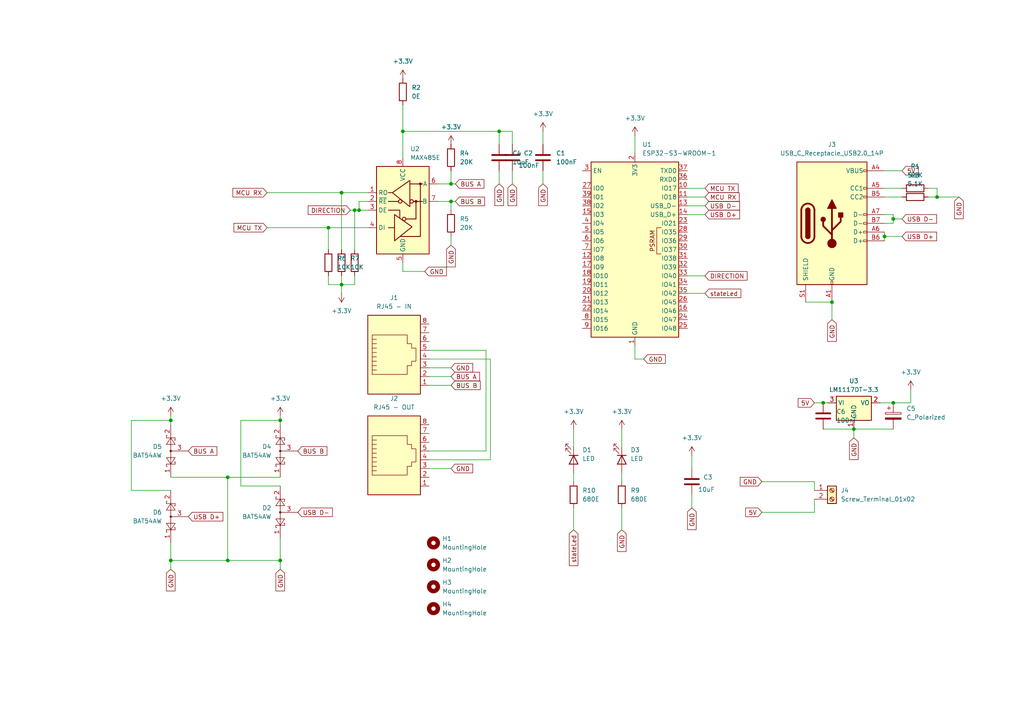
<source format=kicad_sch>
(kicad_sch (version 20250114) (generator "eeschema") (generator_version "9.0")
  (paper "A4")
  (title_block (title "Inverter Comms") (date "2025-09-09") (rev "1") (company "J le Roux"))
  (lib_symbols
    (symbol "Connector:RJ45" (pin_names (offset 1.016))
      (property "Reference" "J" (at -5.08 13.97 0))
      (property "Value" "RJ45" (at 2.54 13.97 0))
      (symbol "RJ45_0_1"
        (polyline (pts (xy -6.35 1.905) (xy -5.08 1.905) (xy -5.08 1.905)))
        (polyline (pts (xy -6.35 0.635) (xy -5.08 0.635) (xy -5.08 0.635)))
        (polyline (pts (xy -6.35 -0.635) (xy -5.08 -0.635) (xy -5.08 -0.635)))
        (polyline (pts (xy -6.35 -1.905) (xy -5.08 -1.905) (xy -5.08 -1.905)))
        (polyline (pts (xy -6.35 -3.175) (xy -5.08 -3.175) (xy -5.08 -3.175)))
        (polyline (pts (xy -6.35 -4.445) (xy -6.35 6.985) (xy 3.81 6.985) (xy 3.81 4.445) (xy 5.08 4.445) (xy 5.08 3.175) (xy 6.35 3.175) (xy 6.35 -0.635) (xy 5.08 -0.635) (xy 5.08 -1.905) (xy 3.81 -1.905) (xy 3.81 -4.445) (xy -6.35 -4.445) (xy -6.35 -4.445)))
        (polyline (pts (xy -5.08 5.715) (xy -6.35 5.715)))
        (polyline (pts (xy -5.08 4.445) (xy -6.35 4.445)))
        (polyline (pts (xy -5.08 3.175) (xy -6.35 3.175) (xy -6.35 3.175)))
        (rectangle (start 7.62 12.7) (end -7.62 -10.16) (stroke (width 0.254)) (fill (type background)))
      )
      (symbol "RJ45_1_1"
        (pin passive line (at 10.16 10.16 180) (length 2.54) (name "~") (number "8"))
        (pin passive line (at 10.16 7.62 180) (length 2.54) (name "~") (number "7"))
        (pin passive line (at 10.16 5.08 180) (length 2.54) (name "~") (number "6"))
        (pin passive line (at 10.16 2.54 180) (length 2.54) (name "~") (number "5"))
        (pin passive line (at 10.16 0 180) (length 2.54) (name "~") (number "4"))
        (pin passive line (at 10.16 -2.54 180) (length 2.54) (name "~") (number "3"))
        (pin passive line (at 10.16 -5.08 180) (length 2.54) (name "~") (number "2"))
        (pin passive line (at 10.16 -7.62 180) (length 2.54) (name "~") (number "1"))
      )
    )
    (symbol "Connector:Screw_Terminal_01x02" (pin_names (offset 1.016) (hide yes))
      (property "Reference" "J" (at 0 2.54 0))
      (property "Value" "Screw_Terminal_01x02" (at 0 -5.08 0))
      (symbol "Screw_Terminal_01x02_1_1"
        (rectangle (start -1.27 1.27) (end 1.27 -3.81) (stroke (width 0.254)) (fill (type background)))
        (polyline (pts (xy -0.5334 0.3302) (xy 0.3302 -0.508)) (stroke (width 0.1524)))
        (polyline (pts (xy -0.5334 -2.2098) (xy 0.3302 -3.048)) (stroke (width 0.1524)))
        (polyline (pts (xy -0.3556 0.508) (xy 0.508 -0.3302)) (stroke (width 0.1524)))
        (polyline (pts (xy -0.3556 -2.032) (xy 0.508 -2.8702)) (stroke (width 0.1524)))
        (circle (center 0 0) (radius 0.635) (stroke (width 0.1524)))
        (circle (center 0 -2.54) (radius 0.635) (stroke (width 0.1524)))
        (pin passive line (at -5.08 0 0) (length 3.81) (name "Pin_1") (number "1"))
        (pin passive line (at -5.08 -2.54 0) (length 3.81) (name "Pin_2") (number "2"))
      )
    )
    (symbol "Connector:USB_C_Receptacle_USB2.0_14P" (pin_names (offset 1.016))
      (property "Reference" "J" (at 0 22.225 0))
      (property "Value" "USB_C_Receptacle_USB2.0_14P" (at 0 19.685 0))
      (symbol "USB_C_Receptacle_USB2.0_14P_0_0"
        (rectangle (start -0.254 -17.78) (end 0.254 -16.764))
        (rectangle (start 10.16 15.494) (end 9.144 14.986))
        (rectangle (start 10.16 10.414) (end 9.144 9.906))
        (rectangle (start 10.16 7.874) (end 9.144 7.366))
        (rectangle (start 10.16 2.794) (end 9.144 2.286))
        (rectangle (start 10.16 0.254) (end 9.144 -0.254))
        (rectangle (start 10.16 -2.286) (end 9.144 -2.794))
        (rectangle (start 10.16 -4.826) (end 9.144 -5.334))
      )
      (symbol "USB_C_Receptacle_USB2.0_14P_0_1"
        (rectangle (start -10.16 17.78) (end 10.16 -17.78) (stroke (width 0.254)) (fill (type background)))
        (polyline (pts (xy -8.89 -3.81) (xy -8.89 3.81)) (stroke (width 0.508)))
        (rectangle (start -7.62 -3.81) (end -6.35 3.81) (stroke (width 0.254)) (fill (type outline)))
        (arc (start -7.62 3.81) (mid -6.985 4.4423) (end -6.35 3.81) (stroke (width 0.254)))
        (arc (start -7.62 3.81) (mid -6.985 4.4423) (end -6.35 3.81) (stroke (width 0.254)) (fill (type outline)))
        (arc (start -8.89 3.81) (mid -6.985 5.7067) (end -5.08 3.81) (stroke (width 0.508)))
        (arc (start -5.08 -3.81) (mid -6.985 -5.7067) (end -8.89 -3.81) (stroke (width 0.508)))
        (arc (start -6.35 -3.81) (mid -6.985 -4.4423) (end -7.62 -3.81) (stroke (width 0.254)))
        (arc (start -6.35 -3.81) (mid -6.985 -4.4423) (end -7.62 -3.81) (stroke (width 0.254)) (fill (type outline)))
        (polyline (pts (xy -5.08 3.81) (xy -5.08 -3.81)) (stroke (width 0.508)))
        (circle (center -2.54 1.143) (radius 0.635) (stroke (width 0.254)) (fill (type outline)))
        (polyline (pts (xy -1.27 4.318) (xy 0 6.858) (xy 1.27 4.318) (xy -1.27 4.318)) (stroke (width 0.254)) (fill (type outline)))
        (polyline (pts (xy 0 -2.032) (xy 2.54 0.508) (xy 2.54 1.778)) (stroke (width 0.508)))
        (polyline (pts (xy 0 -3.302) (xy -2.54 -0.762) (xy -2.54 0.508)) (stroke (width 0.508)))
        (polyline (pts (xy 0 -5.842) (xy 0 4.318)) (stroke (width 0.508)))
        (circle (center 0 -5.842) (radius 1.27) (fill (type outline)))
        (rectangle (start 1.905 1.778) (end 3.175 3.048) (stroke (width 0.254)) (fill (type outline)))
      )
      (symbol "USB_C_Receptacle_USB2.0_14P_1_1"
        (pin passive line (at -7.62 -22.86 90) (length 5.08) (name "SHIELD") (number "S1"))
        (pin passive line (at 0 -22.86 90) (length 5.08) (name "GND") (number "A1"))
        (pin passive line (at 0 -22.86 90) (length 5.08) (hide yes) (name "GND") (number "A12"))
        (pin passive line (at 0 -22.86 90) (length 5.08) (hide yes) (name "GND") (number "B1"))
        (pin passive line (at 0 -22.86 90) (length 5.08) (hide yes) (name "GND") (number "B12"))
        (pin passive line (at 15.24 15.24 180) (length 5.08) (name "VBUS") (number "A4"))
        (pin passive line (at 15.24 15.24 180) (length 5.08) (hide yes) (name "VBUS") (number "A9"))
        (pin passive line (at 15.24 15.24 180) (length 5.08) (hide yes) (name "VBUS") (number "B4"))
        (pin passive line (at 15.24 15.24 180) (length 5.08) (hide yes) (name "VBUS") (number "B9"))
        (pin bidirectional line (at 15.24 10.16 180) (length 5.08) (name "CC1") (number "A5"))
        (pin bidirectional line (at 15.24 7.62 180) (length 5.08) (name "CC2") (number "B5"))
        (pin bidirectional line (at 15.24 2.54 180) (length 5.08) (name "D-") (number "A7"))
        (pin bidirectional line (at 15.24 0 180) (length 5.08) (name "D-") (number "B7"))
        (pin bidirectional line (at 15.24 -2.54 180) (length 5.08) (name "D+") (number "A6"))
        (pin bidirectional line (at 15.24 -5.08 180) (length 5.08) (name "D+") (number "B6"))
      )
    )
    (symbol "Device:C" (pin_numbers (hide yes)) (pin_names (offset 0.254))
      (property "Reference" "C" (at 0.635 2.54 0))
      (property "Value" "C" (at 0.635 -2.54 0))
      (symbol "C_0_1"
        (polyline (pts (xy -2.032 0.762) (xy 2.032 0.762)) (stroke (width 0.508)))
        (polyline (pts (xy -2.032 -0.762) (xy 2.032 -0.762)) (stroke (width 0.508)))
      )
      (symbol "C_1_1"
        (pin passive line (at 0 3.81 270) (length 2.794) (name "~") (number "1"))
        (pin passive line (at 0 -3.81 90) (length 2.794) (name "~") (number "2"))
      )
    )
    (symbol "Device:C_Polarized" (pin_numbers (hide yes)) (pin_names (offset 0.254))
      (property "Reference" "C" (at 0.635 2.54 0))
      (property "Value" "C_Polarized" (at 0.635 -2.54 0))
      (symbol "C_Polarized_0_1"
        (rectangle (start -2.286 0.508) (end 2.286 1.016))
        (polyline (pts (xy -1.778 2.286) (xy -0.762 2.286)))
        (polyline (pts (xy -1.27 2.794) (xy -1.27 1.778)))
        (rectangle (start 2.286 -0.508) (end -2.286 -1.016) (fill (type outline)))
      )
      (symbol "C_Polarized_1_1"
        (pin passive line (at 0 3.81 270) (length 2.794) (name "~") (number "1"))
        (pin passive line (at 0 -3.81 90) (length 2.794) (name "~") (number "2"))
      )
    )
    (symbol "Device:LED" (pin_numbers (hide yes)) (pin_names (offset 1.016) (hide yes))
      (property "Reference" "D" (at 0 2.54 0))
      (property "Value" "LED" (at 0 -2.54 0))
      (symbol "LED_0_1"
        (polyline (pts (xy -3.048 -0.762) (xy -4.572 -2.286) (xy -3.81 -2.286) (xy -4.572 -2.286) (xy -4.572 -1.524)))
        (polyline (pts (xy -1.778 -0.762) (xy -3.302 -2.286) (xy -2.54 -2.286) (xy -3.302 -2.286) (xy -3.302 -1.524)))
        (polyline (pts (xy -1.27 0) (xy 1.27 0)))
        (polyline (pts (xy -1.27 -1.27) (xy -1.27 1.27)) (stroke (width 0.254)))
        (polyline (pts (xy 1.27 -1.27) (xy 1.27 1.27) (xy -1.27 0) (xy 1.27 -1.27)) (stroke (width 0.254)))
      )
      (symbol "LED_1_1"
        (pin passive line (at -3.81 0 0) (length 2.54) (name "K") (number "1"))
        (pin passive line (at 3.81 0 180) (length 2.54) (name "A") (number "2"))
      )
    )
    (symbol "Device:R" (pin_numbers (hide yes)) (pin_names (offset 0))
      (property "Reference" "R" (at 2.032 0 90))
      (property "Value" "R" (at 0 0 90))
      (symbol "R_0_1"
        (rectangle (start -1.016 -2.54) (end 1.016 2.54) (stroke (width 0.254)))
      )
      (symbol "R_1_1"
        (pin passive line (at 0 3.81 270) (length 1.27) (name "~") (number "1"))
        (pin passive line (at 0 -3.81 90) (length 1.27) (name "~") (number "2"))
      )
    )
    (symbol "Diode:BAT54AW" (pin_names (offset 1.016))
      (property "Reference" "D" (at 0.635 -3.81 0))
      (property "Value" "BAT54AW" (at -6.35 3.175 0))
      (symbol "BAT54AW_0_1"
        (polyline (pts (xy -4.445 1.27) (xy -4.445 1.016)))
        (polyline (pts (xy -3.81 1.27) (xy -4.445 1.27)))
        (polyline (pts (xy -3.81 0) (xy -1.27 0)))
        (polyline (pts (xy -3.81 -1.27) (xy -3.81 1.27)))
        (polyline (pts (xy -3.81 -1.27) (xy -3.175 -1.27)))
        (polyline (pts (xy -3.175 -1.27) (xy -3.175 -1.016)))
        (polyline (pts (xy -1.905 1.27) (xy -1.905 -1.27) (xy -3.81 0) (xy -1.905 1.27)))
        (polyline (pts (xy -1.905 0) (xy 1.905 0)))
        (circle (center 0 0) (radius 0.254) (fill (type outline)))
        (polyline (pts (xy 1.27 0) (xy 3.81 0)))
        (polyline (pts (xy 1.905 1.27) (xy 1.905 -1.27) (xy 3.81 0) (xy 1.905 1.27)))
        (polyline (pts (xy 3.175 -1.27) (xy 3.175 -1.016)))
        (polyline (pts (xy 3.81 1.27) (xy 4.445 1.27)))
        (polyline (pts (xy 3.81 -1.27) (xy 3.175 -1.27)))
        (polyline (pts (xy 3.81 -1.27) (xy 3.81 1.27)))
        (polyline (pts (xy 4.445 1.27) (xy 4.445 1.016)))
      )
      (symbol "BAT54AW_1_1"
        (pin passive line (at -7.62 0 0) (length 3.81) (name "~") (number "1"))
        (pin passive line (at 0 -5.08 90) (length 5.08) (name "~") (number "3"))
        (pin passive line (at 7.62 0 180) (length 3.81) (name "~") (number "2"))
      )
    )
    (symbol "Interface_UART:MAX485E"
      (property "Reference" "U" (at -6.985 13.97 0))
      (property "Value" "MAX485E" (at 1.905 13.97 0))
      (symbol "MAX485E_0_1"
        (rectangle (start -7.62 12.7) (end 7.62 -12.7) (stroke (width 0.254)) (fill (type background)))
        (polyline (pts (xy -4.191 2.54) (xy -1.27 2.54)) (stroke (width 0.254)))
        (polyline (pts (xy -4.191 0) (xy -0.889 0) (xy -0.889 -2.286)) (stroke (width 0.254)))
        (polyline (pts (xy -3.175 5.08) (xy -4.191 5.08) (xy -4.064 5.08)) (stroke (width 0.254)))
        (polyline (pts (xy -2.54 -5.08) (xy -4.191 -5.08)) (stroke (width 0.254)))
        (polyline (pts (xy -2.413 -5.08) (xy -2.413 -1.27) (xy 2.667 -4.826) (xy -2.413 -8.89) (xy -2.413 -5.08)) (stroke (width 0.254)))
        (polyline (pts (xy -0.635 -7.62) (xy 5.08 -7.62)) (stroke (width 0.254)))
        (circle (center 0.381 -2.54) (radius 0.508) (stroke (width 0.254)))
        (polyline (pts (xy 0.889 -2.54) (xy 3.81 -2.54)) (stroke (width 0.254)))
        (polyline (pts (xy 2.032 7.62) (xy 5.715 7.62)) (stroke (width 0.254)))
        (polyline (pts (xy 3.048 2.54) (xy 5.715 2.54)) (stroke (width 0.254)))
        (circle (center 3.81 2.54) (radius 0.2794) (stroke (width 0.254)) (fill (type outline)))
        (polyline (pts (xy 3.81 -2.54) (xy 3.81 2.54)) (stroke (width 0.254)))
        (polyline (pts (xy 5.08 -7.62) (xy 5.08 7.62)) (stroke (width 0.254)))
      )
      (symbol "MAX485E_1_1"
        (circle (center -0.762 2.54) (radius 0.508) (stroke (width 0.254)))
        (polyline (pts (xy 2.032 4.826) (xy 2.032 8.636) (xy -3.048 5.08) (xy 2.032 1.016) (xy 2.032 4.826)) (stroke (width 0.254)))
        (circle (center 2.54 2.54) (radius 0.508) (stroke (width 0.254)))
        (circle (center 5.08 7.62) (radius 0.2794) (stroke (width 0.254)) (fill (type outline)))
        (pin output line (at -10.16 5.08 0) (length 2.54) (name "RO") (number "1"))
        (pin input line (at -10.16 2.54 0) (length 2.54) (name "~{RE}") (number "2"))
        (pin input line (at -10.16 0 0) (length 2.54) (name "DE") (number "3"))
        (pin input line (at -10.16 -5.08 0) (length 2.54) (name "DI") (number "4"))
        (pin power_in line (at 0 15.24 270) (length 2.54) (name "VCC") (number "8"))
        (pin power_in line (at 0 -15.24 90) (length 2.54) (name "GND") (number "5"))
        (pin bidirectional line (at 10.16 7.62 180) (length 2.54) (name "A") (number "6"))
        (pin bidirectional line (at 10.16 2.54 180) (length 2.54) (name "B") (number "7"))
      )
    )
    (symbol "Mechanical:MountingHole" (pin_names (offset 1.016)) (in_bom no)
      (property "Reference" "H" (at 0 5.08 0))
      (property "Value" "MountingHole" (at 0 3.175 0))
      (symbol "MountingHole_0_1"
        (circle (center 0 0) (radius 1.27) (stroke (width 1.27)))
      )
    )
    (symbol "RF_Module:ESP32-S3-WROOM-1"
      (property "Reference" "U" (at -12.7 26.67 0))
      (property "Value" "ESP32-S3-WROOM-1" (at 12.7 26.67 0))
      (symbol "ESP32-S3-WROOM-1_0_0"
        (rectangle (start -12.7 25.4) (end 12.7 -25.4) (stroke (width 0.254)) (fill (type background)))
        (text "PSRAM" (at 5.08 2.54 900) (effects (font (size 1.27 1.27))))
      )
      (symbol "ESP32-S3-WROOM-1_0_1"
        (polyline (pts (xy 7.62 -1.27) (xy 6.35 -1.27) (xy 6.35 6.35) (xy 7.62 6.35)))
      )
      (symbol "ESP32-S3-WROOM-1_1_1"
        (pin input line (at -15.24 22.86 0) (length 2.54) (name "EN") (number "3"))
        (pin bidirectional line (at -15.24 17.78 0) (length 2.54) (name "IO0") (number "27"))
        (pin bidirectional line (at -15.24 15.24 0) (length 2.54) (name "IO1") (number "39"))
        (pin bidirectional line (at -15.24 12.7 0) (length 2.54) (name "IO2") (number "38"))
        (pin bidirectional line (at -15.24 10.16 0) (length 2.54) (name "IO3") (number "15"))
        (pin bidirectional line (at -15.24 7.62 0) (length 2.54) (name "IO4") (number "4"))
        (pin bidirectional line (at -15.24 5.08 0) (length 2.54) (name "IO5") (number "5"))
        (pin bidirectional line (at -15.24 2.54 0) (length 2.54) (name "IO6") (number "6"))
        (pin bidirectional line (at -15.24 0 0) (length 2.54) (name "IO7") (number "7"))
        (pin bidirectional line (at -15.24 -2.54 0) (length 2.54) (name "IO8") (number "12"))
        (pin bidirectional line (at -15.24 -5.08 0) (length 2.54) (name "IO9") (number "17"))
        (pin bidirectional line (at -15.24 -7.62 0) (length 2.54) (name "IO10") (number "18"))
        (pin bidirectional line (at -15.24 -10.16 0) (length 2.54) (name "IO11") (number "19"))
        (pin bidirectional line (at -15.24 -12.7 0) (length 2.54) (name "IO12") (number "20"))
        (pin bidirectional line (at -15.24 -15.24 0) (length 2.54) (name "IO13") (number "21"))
        (pin bidirectional line (at -15.24 -17.78 0) (length 2.54) (name "IO14") (number "22"))
        (pin bidirectional line (at -15.24 -20.32 0) (length 2.54) (name "IO15") (number "8"))
        (pin bidirectional line (at -15.24 -22.86 0) (length 2.54) (name "IO16") (number "9"))
        (pin power_in line (at 0 27.94 270) (length 2.54) (name "3V3") (number "2"))
        (pin power_in line (at 0 -27.94 90) (length 2.54) (name "GND") (number "1"))
        (pin passive line (at 0 -27.94 90) (length 2.54) (hide yes) (name "GND") (number "40"))
        (pin passive line (at 0 -27.94 90) (length 2.54) (hide yes) (name "GND") (number "41"))
        (pin bidirectional line (at 15.24 22.86 180) (length 2.54) (name "TXD0") (number "37"))
        (pin bidirectional line (at 15.24 20.32 180) (length 2.54) (name "RXD0") (number "36"))
        (pin bidirectional line (at 15.24 17.78 180) (length 2.54) (name "IO17") (number "10"))
        (pin bidirectional line (at 15.24 15.24 180) (length 2.54) (name "IO18") (number "11"))
        (pin bidirectional line (at 15.24 12.7 180) (length 2.54) (name "USB_D-") (number "13"))
        (pin bidirectional line (at 15.24 10.16 180) (length 2.54) (name "USB_D+") (number "14"))
        (pin bidirectional line (at 15.24 7.62 180) (length 2.54) (name "IO21") (number "23"))
        (pin bidirectional line (at 15.24 5.08 180) (length 2.54) (name "IO35") (number "28"))
        (pin bidirectional line (at 15.24 2.54 180) (length 2.54) (name "IO36") (number "29"))
        (pin bidirectional line (at 15.24 0 180) (length 2.54) (name "IO37") (number "30"))
        (pin bidirectional line (at 15.24 -2.54 180) (length 2.54) (name "IO38") (number "31"))
        (pin bidirectional line (at 15.24 -5.08 180) (length 2.54) (name "IO39") (number "32"))
        (pin bidirectional line (at 15.24 -7.62 180) (length 2.54) (name "IO40") (number "33"))
        (pin bidirectional line (at 15.24 -10.16 180) (length 2.54) (name "IO41") (number "34"))
        (pin bidirectional line (at 15.24 -12.7 180) (length 2.54) (name "IO42") (number "35"))
        (pin bidirectional line (at 15.24 -15.24 180) (length 2.54) (name "IO45") (number "26"))
        (pin bidirectional line (at 15.24 -17.78 180) (length 2.54) (name "IO46") (number "16"))
        (pin bidirectional line (at 15.24 -20.32 180) (length 2.54) (name "IO47") (number "24"))
        (pin bidirectional line (at 15.24 -22.86 180) (length 2.54) (name "IO48") (number "25"))
      )
    )
    (symbol "Regulator_Linear:LM1117DT-3.3"
      (property "Reference" "U" (at -3.81 3.175 0))
      (property "Value" "LM1117DT-3.3" (at 0 3.175 0))
      (symbol "LM1117DT-3.3_0_1"
        (rectangle (start -5.08 -5.08) (end 5.08 1.905) (stroke (width 0.254)) (fill (type background)))
      )
      (symbol "LM1117DT-3.3_1_1"
        (pin power_in line (at -7.62 0 0) (length 2.54) (name "VI") (number "3"))
        (pin power_in line (at 0 -7.62 90) (length 2.54) (name "GND") (number "1"))
        (pin power_out line (at 7.62 0 180) (length 2.54) (name "VO") (number "2"))
      )
    )
    (symbol "power:+3.3V" (power) (pin_numbers (hide yes)) (pin_names (offset 0) (hide yes))
      (property "Value" "+3.3V" (at 0 3.556 0))
      (symbol "+3.3V_0_1"
        (polyline (pts (xy -0.762 1.27) (xy 0 2.54)))
        (polyline (pts (xy 0 2.54) (xy 0.762 1.27)))
        (polyline (pts (xy 0 0) (xy 0 2.54)))
      )
      (symbol "+3.3V_1_1"
        (pin power_in line (at 0 0 90) (length 0) (name "~") (number "1"))
      )
    )
  )
  (junction (at 259.08 63.5))
  (junction (at 66.04 162.56))
  (junction (at 271.78 57.15))
  (junction (at 144.78 38.1))
  (junction (at 102.87 60.96))
  (junction (at 238.76 116.84))
  (junction (at 116.84 38.1))
  (junction (at 81.28 162.56))
  (junction (at 259.08 116.84))
  (junction (at 247.65 124.46))
  (junction (at 241.3 87.63))
  (junction (at 256.54 68.58))
  (junction (at 104.14 60.96))
  (junction (at 130.81 53.34))
  (junction (at 49.53 121.92))
  (junction (at 49.53 162.56))
  (junction (at 99.06 82.55))
  (junction (at 66.04 138.43))
  (junction (at 99.06 55.88))
  (junction (at 95.25 66.04))
  (junction (at 81.28 121.92))
  (junction (at 130.81 58.42))
  (wire (pts (xy 148.59 49.53) (xy 148.59 53.34)))
  (wire (pts (xy 142.24 104.14) (xy 142.24 133.35)))
  (wire (pts (xy 77.47 66.04) (xy 95.25 66.04)))
  (wire (pts (xy 199.39 57.15) (xy 204.47 57.15)))
  (wire (pts (xy 77.47 55.88) (xy 99.06 55.88)))
  (wire (pts (xy 66.04 138.43) (xy 66.04 162.56)))
  (wire (pts (xy 104.14 58.42) (xy 106.68 58.42)))
  (wire (pts (xy 116.84 38.1) (xy 116.84 45.72)))
  (wire (pts (xy 130.81 68.58) (xy 130.81 71.12)))
  (wire (pts (xy 124.46 106.68) (xy 130.81 106.68)))
  (wire (pts (xy 256.54 67.31) (xy 256.54 68.58)))
  (wire (pts (xy 220.98 148.59) (xy 236.22 148.59)))
  (wire (pts (xy 49.53 120.65) (xy 49.53 121.92)))
  (wire (pts (xy 101.6 60.96) (xy 102.87 60.96)))
  (wire (pts (xy 49.53 138.43) (xy 66.04 138.43)))
  (wire (pts (xy 271.78 57.15) (xy 269.24 57.15)))
  (wire (pts (xy 256.54 68.58) (xy 261.62 68.58)))
  (wire (pts (xy 166.37 147.32) (xy 166.37 153.67)))
  (wire (pts (xy 130.81 58.42) (xy 130.81 60.96)))
  (wire (pts (xy 127 58.42) (xy 130.81 58.42)))
  (wire (pts (xy 259.08 63.5) (xy 261.62 63.5)))
  (wire (pts (xy 127 53.34) (xy 130.81 53.34)))
  (wire (pts (xy 102.87 60.96) (xy 104.14 60.96)))
  (wire (pts (xy 259.08 64.77) (xy 259.08 63.5)))
  (wire (pts (xy 255.27 116.84) (xy 259.08 116.84)))
  (wire (pts (xy 233.68 87.63) (xy 241.3 87.63)))
  (wire (pts (xy 49.53 142.24) (xy 38.1 142.24)))
  (wire (pts (xy 116.84 38.1) (xy 144.78 38.1)))
  (wire (pts (xy 199.39 54.61) (xy 204.47 54.61)))
  (wire (pts (xy 140.97 130.81) (xy 140.97 101.6)))
  (wire (pts (xy 236.22 148.59) (xy 236.22 144.78)))
  (wire (pts (xy 256.54 62.23) (xy 259.08 62.23)))
  (wire (pts (xy 180.34 124.46) (xy 180.34 129.54)))
  (wire (pts (xy 157.48 38.1) (xy 157.48 41.91)))
  (wire (pts (xy 99.06 80.01) (xy 99.06 82.55)))
  (wire (pts (xy 157.48 49.53) (xy 157.48 53.34)))
  (wire (pts (xy 264.16 113.03) (xy 264.16 116.84)))
  (wire (pts (xy 81.28 140.97) (xy 69.85 140.97)))
  (wire (pts (xy 49.53 121.92) (xy 49.53 123.19)))
  (wire (pts (xy 102.87 60.96) (xy 102.87 72.39)))
  (wire (pts (xy 106.68 60.96) (xy 104.14 60.96)))
  (wire (pts (xy 81.28 162.56) (xy 81.28 165.1)))
  (wire (pts (xy 66.04 162.56) (xy 81.28 162.56)))
  (wire (pts (xy 271.78 57.15) (xy 278.13 57.15)))
  (wire (pts (xy 69.85 140.97) (xy 69.85 121.92)))
  (wire (pts (xy 238.76 124.46) (xy 247.65 124.46)))
  (wire (pts (xy 49.53 162.56) (xy 66.04 162.56)))
  (wire (pts (xy 200.66 143.51) (xy 200.66 147.32)))
  (wire (pts (xy 144.78 38.1) (xy 144.78 41.91)))
  (wire (pts (xy 199.39 59.69) (xy 204.47 59.69)))
  (wire (pts (xy 256.54 64.77) (xy 259.08 64.77)))
  (wire (pts (xy 116.84 30.48) (xy 116.84 38.1)))
  (wire (pts (xy 95.25 66.04) (xy 106.68 66.04)))
  (wire (pts (xy 256.54 54.61) (xy 261.62 54.61)))
  (wire (pts (xy 116.84 76.2) (xy 116.84 78.74)))
  (wire (pts (xy 81.28 120.65) (xy 81.28 121.92)))
  (wire (pts (xy 49.53 157.48) (xy 49.53 162.56)))
  (wire (pts (xy 124.46 109.22) (xy 130.81 109.22)))
  (wire (pts (xy 95.25 66.04) (xy 95.25 72.39)))
  (wire (pts (xy 184.15 100.33) (xy 184.15 104.14)))
  (wire (pts (xy 99.06 55.88) (xy 106.68 55.88)))
  (wire (pts (xy 259.08 63.5) (xy 259.08 62.23)))
  (wire (pts (xy 130.81 53.34) (xy 132.08 53.34)))
  (wire (pts (xy 95.25 82.55) (xy 99.06 82.55)))
  (wire (pts (xy 81.28 156.21) (xy 81.28 162.56)))
  (wire (pts (xy 236.22 139.7) (xy 236.22 142.24)))
  (wire (pts (xy 144.78 38.1) (xy 148.59 38.1)))
  (wire (pts (xy 259.08 116.84) (xy 264.16 116.84)))
  (wire (pts (xy 269.24 54.61) (xy 271.78 54.61)))
  (wire (pts (xy 256.54 49.53) (xy 261.62 49.53)))
  (wire (pts (xy 148.59 38.1) (xy 148.59 41.91)))
  (wire (pts (xy 180.34 147.32) (xy 180.34 153.67)))
  (wire (pts (xy 180.34 137.16) (xy 180.34 139.7)))
  (wire (pts (xy 130.81 49.53) (xy 130.81 53.34)))
  (wire (pts (xy 99.06 82.55) (xy 102.87 82.55)))
  (wire (pts (xy 220.98 139.7) (xy 236.22 139.7)))
  (wire (pts (xy 124.46 111.76) (xy 130.81 111.76)))
  (wire (pts (xy 99.06 82.55) (xy 99.06 85.09)))
  (wire (pts (xy 166.37 137.16) (xy 166.37 139.7)))
  (wire (pts (xy 142.24 133.35) (xy 124.46 133.35)))
  (wire (pts (xy 69.85 121.92) (xy 81.28 121.92)))
  (wire (pts (xy 199.39 62.23) (xy 204.47 62.23)))
  (wire (pts (xy 256.54 57.15) (xy 261.62 57.15)))
  (wire (pts (xy 247.65 124.46) (xy 247.65 127)))
  (wire (pts (xy 104.14 60.96) (xy 104.14 58.42)))
  (wire (pts (xy 271.78 54.61) (xy 271.78 57.15)))
  (wire (pts (xy 124.46 104.14) (xy 142.24 104.14)))
  (wire (pts (xy 99.06 55.88) (xy 99.06 72.39)))
  (wire (pts (xy 238.76 116.84) (xy 240.03 116.84)))
  (wire (pts (xy 116.84 78.74) (xy 123.19 78.74)))
  (wire (pts (xy 200.66 132.08) (xy 200.66 135.89)))
  (wire (pts (xy 49.53 162.56) (xy 49.53 165.1)))
  (wire (pts (xy 199.39 80.01) (xy 204.47 80.01)))
  (wire (pts (xy 166.37 124.46) (xy 166.37 129.54)))
  (wire (pts (xy 241.3 87.63) (xy 241.3 92.71)))
  (wire (pts (xy 199.39 85.09) (xy 204.47 85.09)))
  (wire (pts (xy 38.1 121.92) (xy 49.53 121.92)))
  (wire (pts (xy 247.65 124.46) (xy 259.08 124.46)))
  (wire (pts (xy 236.22 116.84) (xy 238.76 116.84)))
  (wire (pts (xy 81.28 121.92) (xy 81.28 123.19)))
  (wire (pts (xy 130.81 58.42) (xy 132.08 58.42)))
  (wire (pts (xy 256.54 68.58) (xy 256.54 69.85)))
  (wire (pts (xy 140.97 101.6) (xy 124.46 101.6)))
  (wire (pts (xy 81.28 138.43) (xy 66.04 138.43)))
  (wire (pts (xy 144.78 49.53) (xy 144.78 53.34)))
  (wire (pts (xy 124.46 135.89) (xy 130.81 135.89)))
  (wire (pts (xy 184.15 104.14) (xy 186.69 104.14)))
  (wire (pts (xy 124.46 130.81) (xy 140.97 130.81)))
  (wire (pts (xy 102.87 80.01) (xy 102.87 82.55)))
  (wire (pts (xy 184.15 39.37) (xy 184.15 44.45)))
  (wire (pts (xy 38.1 142.24) (xy 38.1 121.92)))
  (wire (pts (xy 95.25 80.01) (xy 95.25 82.55)))
  (global_label "USB D-" (shape input) (at 204.47 59.69 0) (property "Intersheetrefs" "${INTERSHEET_REFS}" (effects (hide yes))))
  (global_label "GND" (shape input) (at 148.59 53.34 270) (property "Intersheetrefs" "${INTERSHEET_REFS}" (effects (hide yes))))
  (global_label "GND" (shape input) (at 180.34 153.67 270) (property "Intersheetrefs" "${INTERSHEET_REFS}" (effects (hide yes))))
  (global_label "GND" (shape input) (at 186.69 104.14 0) (property "Intersheetrefs" "${INTERSHEET_REFS}" (effects (hide yes))))
  (global_label "GND" (shape input) (at 123.19 78.74 0) (property "Intersheetrefs" "${INTERSHEET_REFS}" (effects (hide yes))))
  (global_label "BUS B" (shape input) (at 86.36 130.81 0) (property "Intersheetrefs" "${INTERSHEET_REFS}" (effects (hide yes))))
  (global_label "GND" (shape input) (at 278.13 57.15 270) (property "Intersheetrefs" "${INTERSHEET_REFS}" (effects (hide yes))))
  (global_label "MCU RX" (shape input) (at 77.47 55.88 180) (property "Intersheetrefs" "${INTERSHEET_REFS}" (effects (hide yes))))
  (global_label "MCU TX" (shape input) (at 204.47 54.61 0) (property "Intersheetrefs" "${INTERSHEET_REFS}" (effects (hide yes))))
  (global_label "GND" (shape input) (at 130.81 135.89 0) (property "Intersheetrefs" "${INTERSHEET_REFS}" (effects (hide yes))))
  (global_label "GND" (shape input) (at 200.66 147.32 270) (property "Intersheetrefs" "${INTERSHEET_REFS}" (effects (hide yes))))
  (global_label "MCU TX" (shape input) (at 77.47 66.04 180) (property "Intersheetrefs" "${INTERSHEET_REFS}" (effects (hide yes))))
  (global_label "BUS A" (shape input) (at 54.61 130.81 0) (property "Intersheetrefs" "${INTERSHEET_REFS}" (effects (hide yes))))
  (global_label "GND" (shape input) (at 157.48 53.34 270) (property "Intersheetrefs" "${INTERSHEET_REFS}" (effects (hide yes))))
  (global_label "GND" (shape input) (at 144.78 53.34 270) (property "Intersheetrefs" "${INTERSHEET_REFS}" (effects (hide yes))))
  (global_label "DIRECTION" (shape input) (at 101.6 60.96 180) (property "Intersheetrefs" "${INTERSHEET_REFS}" (effects (hide yes))))
  (global_label "DIRECTION" (shape input) (at 204.47 80.01 0) (property "Intersheetrefs" "${INTERSHEET_REFS}" (effects (hide yes))))
  (global_label "GND" (shape input) (at 130.81 106.68 0) (property "Intersheetrefs" "${INTERSHEET_REFS}" (effects (hide yes))))
  (global_label "GND" (shape input) (at 49.53 165.1 270) (property "Intersheetrefs" "${INTERSHEET_REFS}" (effects (hide yes))))
  (global_label "MCU RX" (shape input) (at 204.47 57.15 0) (property "Intersheetrefs" "${INTERSHEET_REFS}" (effects (hide yes))))
  (global_label "BUS B" (shape input) (at 132.08 58.42 0) (property "Intersheetrefs" "${INTERSHEET_REFS}" (effects (hide yes))))
  (global_label "GND" (shape input) (at 81.28 165.1 270) (property "Intersheetrefs" "${INTERSHEET_REFS}" (effects (hide yes))))
  (global_label "5V" (shape input) (at 236.22 116.84 180) (property "Intersheetrefs" "${INTERSHEET_REFS}" (effects (hide yes))))
  (global_label "GND" (shape input) (at 130.81 71.12 270) (property "Intersheetrefs" "${INTERSHEET_REFS}" (effects (hide yes))))
  (global_label "BUS A" (shape input) (at 132.08 53.34 0) (property "Intersheetrefs" "${INTERSHEET_REFS}" (effects (hide yes))))
  (global_label "BUS B" (shape input) (at 130.81 111.76 0) (property "Intersheetrefs" "${INTERSHEET_REFS}" (effects (hide yes))))
  (global_label "USB D-" (shape input) (at 86.36 148.59 0) (property "Intersheetrefs" "${INTERSHEET_REFS}" (effects (hide yes))))
  (global_label "GND" (shape input) (at 247.65 127 270) (property "Intersheetrefs" "${INTERSHEET_REFS}" (effects (hide yes))))
  (global_label "USB D+" (shape input) (at 54.61 149.86 0) (property "Intersheetrefs" "${INTERSHEET_REFS}" (effects (hide yes))))
  (global_label "USB D-" (shape input) (at 261.62 63.5 0) (property "Intersheetrefs" "${INTERSHEET_REFS}" (effects (hide yes))))
  (global_label "stateLed" (shape input) (at 166.37 153.67 270) (property "Intersheetrefs" "${INTERSHEET_REFS}" (effects (hide yes))))
  (global_label "GND" (shape input) (at 241.3 92.71 270) (property "Intersheetrefs" "${INTERSHEET_REFS}" (effects (hide yes))))
  (global_label "5V" (shape input) (at 220.98 148.59 180) (property "Intersheetrefs" "${INTERSHEET_REFS}" (effects (hide yes))))
  (global_label "USB D+" (shape input) (at 204.47 62.23 0) (property "Intersheetrefs" "${INTERSHEET_REFS}" (effects (hide yes))))
  (global_label "stateLed" (shape input) (at 204.47 85.09 0) (property "Intersheetrefs" "${INTERSHEET_REFS}" (effects (hide yes))))
  (global_label "BUS A" (shape input) (at 130.81 109.22 0) (property "Intersheetrefs" "${INTERSHEET_REFS}" (effects (hide yes))))
  (global_label "5V" (shape input) (at 261.62 49.53 0) (property "Intersheetrefs" "${INTERSHEET_REFS}" (effects (hide yes))))
  (global_label "GND" (shape input) (at 220.98 139.7 180) (property "Intersheetrefs" "${INTERSHEET_REFS}" (effects (hide yes))))
  (global_label "USB D+" (shape input) (at 261.62 68.58 0) (property "Intersheetrefs" "${INTERSHEET_REFS}" (effects (hide yes))))
  (symbol (lib_id "Device:R") (at 180.34 143.51 0) (unit 1)
    (property "Reference" "R9" (at 182.88 142.2399 0) (effects (justify left)))
    (property "Value" "680E" (at 182.88 144.7799 0) (effects (justify left)))
    (property "Footprint" "Resistor_SMD:R_1206_3216Metric" (effects (hide yes)))
    (property "Description" "Resistor" (effects (hide yes)))
  )
  (symbol (lib_id "Device:C") (at 157.48 45.72 0) (unit 1)
    (property "Reference" "C1" (at 161.29 44.4499 0) (effects (justify left)))
    (property "Value" "100nF" (at 161.29 46.9899 0) (effects (justify left)))
    (property "Footprint" "Resistor_SMD:R_1206_3216Metric" (effects (hide yes)))
    (property "Description" "Unpolarized capacitor" (effects (hide yes)))
  )
  (symbol (lib_id "Diode:BAT54AW") (at 81.28 130.81 90) (unit 1)
    (property "Reference" "D4" (at 78.74 129.5399 90) (effects (justify left)))
    (property "Value" "BAT54AW" (at 78.74 132.0799 90) (effects (justify left)))
    (property "Footprint" "Package_TO_SOT_SMD:SOT-323_SC-70" (effects (hide yes)))
    (property "Datasheet" "https://assets.nexperia.com/documents/data-sheet/BAT54W_SER.pdf" (effects (hide yes)))
    (property "Description" "Dual schottky barrier diode, common anode, SOT-323" (effects (hide yes)))
  )
  (symbol (lib_id "Device:LED") (at 180.34 133.35 270) (unit 1)
    (property "Reference" "D3" (at 182.88 130.4924 90) (effects (justify left)))
    (property "Value" "LED" (at 182.88 133.0324 90) (effects (justify left)))
    (property "Footprint" "Resistor_SMD:R_1206_3216Metric" (effects (hide yes)))
    (property "Description" "Light emitting diode" (effects (hide yes)))
    (property "Sim.Pins" "1=K 2=A" (effects (hide yes)))
  )
  (symbol (lib_id "Device:R") (at 130.81 45.72 0) (unit 1)
    (property "Reference" "R4" (at 133.35 44.4499 0) (effects (justify left)))
    (property "Value" "20K" (at 133.35 46.9899 0) (effects (justify left)))
    (property "Footprint" "Resistor_SMD:R_1206_3216Metric" (effects (hide yes)))
    (property "Description" "Resistor" (effects (hide yes)))
  )
  (symbol (lib_id "power:+3.3V") (at 184.15 39.37 0) (unit 1)
    (property "Reference" "#PWR03" (effects (hide yes)))
    (property "Value" "+3.3V" (at 184.15 34.29 0))
    (property "Description" "Power symbol creates a global label with name \"+3.3V\"" (effects (hide yes)))
  )
  (symbol (lib_id "power:+3.3V") (at 200.66 132.08 0) (unit 1)
    (property "Reference" "#PWR09" (effects (hide yes)))
    (property "Value" "+3.3V" (at 200.66 127 0))
    (property "Description" "Power symbol creates a global label with name \"+3.3V\"" (effects (hide yes)))
  )
  (symbol (lib_id "power:+3.3V") (at 49.53 120.65 0) (unit 1)
    (property "Reference" "#PWR010" (effects (hide yes)))
    (property "Value" "+3.3V" (at 49.53 115.57 0))
    (property "Description" "Power symbol creates a global label with name \"+3.3V\"" (effects (hide yes)))
  )
  (symbol (lib_id "Device:C_Polarized") (at 259.08 120.65 0) (unit 1)
    (property "Reference" "C5" (at 262.89 118.4909 0) (effects (justify left)))
    (property "Value" "C_Polarized" (at 262.89 121.0309 0) (effects (justify left)))
    (property "Footprint" "Capacitor_SMD:C_1206_3216Metric_Pad1.33x1.80mm_HandSolder" (effects (hide yes)))
    (property "Description" "Polarized capacitor" (effects (hide yes)))
  )
  (symbol (lib_id "Device:C") (at 238.76 120.65 0) (unit 1)
    (property "Reference" "C6" (at 242.57 119.3799 0) (effects (justify left)))
    (property "Value" "100nF" (at 242.57 121.9199 0) (effects (justify left)))
    (property "Footprint" "Resistor_SMD:R_1206_3216Metric" (effects (hide yes)))
    (property "Description" "Unpolarized capacitor" (effects (hide yes)))
  )
  (symbol (lib_id "power:+3.3V") (at 166.37 124.46 0) (unit 1)
    (property "Reference" "#PWR01" (effects (hide yes)))
    (property "Value" "+3.3V" (at 166.37 119.38 0))
    (property "Description" "Power symbol creates a global label with name \"+3.3V\"" (effects (hide yes)))
  )
  (symbol (lib_id "power:+3.3V") (at 157.48 38.1 0) (unit 1)
    (property "Reference" "#PWR04" (effects (hide yes)))
    (property "Value" "+3.3V" (at 157.48 33.02 0))
    (property "Description" "Power symbol creates a global label with name \"+3.3V\"" (effects (hide yes)))
  )
  (symbol (lib_id "Connector:USB_C_Receptacle_USB2.0_14P") (at 241.3 64.77 0) (unit 1)
    (property "Reference" "J3" (at 241.3 41.91 0))
    (property "Value" "USB_C_Receptacle_USB2.0_14P" (at 241.3 44.45 0))
    (property "Footprint" "Connector_USB:USB_C_Receptacle_GCT_USB4110" (effects (hide yes)))
    (property "Datasheet" "https://www.usb.org/sites/default/files/documents/usb_type-c.zip" (effects (hide yes)))
    (property "Description" "USB 2.0-only 14P Type-C Receptacle connector" (effects (hide yes)))
  )
  (symbol (lib_id "power:+3.3V") (at 130.81 41.91 0) (unit 1)
    (property "Reference" "#PWR05" (effects (hide yes)))
    (property "Value" "+3.3V" (at 130.81 36.83 0))
    (property "Description" "Power symbol creates a global label with name \"+3.3V\"" (effects (hide yes)))
  )
  (symbol (lib_id "Connector:RJ45") (at 114.3 133.35 0) (unit 1)
    (property "Reference" "J2" (at 114.3 115.57 0))
    (property "Value" "RJ45 - OUT" (at 114.3 118.11 0))
    (property "Footprint" "Connector_RJ:RJ45_OST_PJ012-8P8CX_Vertical" (effects (hide yes)))
    (property "Description" "RJ connector, 8P8C (8 positions 8 connected)" (effects (hide yes)))
  )
  (symbol (lib_id "Device:R") (at 265.43 57.15 90) (unit 1)
    (property "Reference" "R3" (at 265.43 50.8 90))
    (property "Value" "5.1K" (at 265.43 53.34 90))
    (property "Footprint" "Resistor_SMD:R_1206_3216Metric" (effects (hide yes)))
    (property "Description" "Resistor" (effects (hide yes)))
  )
  (symbol (lib_id "Device:R") (at 265.43 54.61 90) (unit 1)
    (property "Reference" "R1" (at 265.43 48.26 90))
    (property "Value" "5.1K" (at 265.43 50.8 90))
    (property "Footprint" "Resistor_SMD:R_1206_3216Metric" (effects (hide yes)))
    (property "Description" "Resistor" (effects (hide yes)))
  )
  (symbol (lib_id "Regulator_Linear:LM1117DT-3.3") (at 247.65 116.84 0) (unit 1)
    (property "Reference" "U3" (at 247.65 110.49 0))
    (property "Value" "LM1117DT-3.3" (at 247.65 113.03 0))
    (property "Footprint" "Package_TO_SOT_SMD:TO-252-3_TabPin2" (effects (hide yes)))
    (property "Datasheet" "http://www.ti.com/lit/ds/symlink/lm1117.pdf" (effects (hide yes)))
    (property "Description" "800mA Low-Dropout Linear Regulator, 3.3V fixed output, TO-252" (effects (hide yes)))
  )
  (symbol (lib_id "Mechanical:MountingHole") (at 125.73 157.48 0) (unit 1) (in_bom no)
    (property "Reference" "H1" (at 128.27 156.2099 0) (effects (justify left)))
    (property "Value" "MountingHole" (at 128.27 158.7499 0) (effects (justify left)))
    (property "Footprint" "MountingHole:MountingHole_3.2mm_M3" (effects (hide yes)))
    (property "Description" "Mounting Hole without connection" (effects (hide yes)))
  )
  (symbol (lib_id "power:+3.3V") (at 264.16 113.03 0) (unit 1)
    (property "Reference" "#PWR06" (effects (hide yes)))
    (property "Value" "+3.3V" (at 264.16 107.95 0))
    (property "Description" "Power symbol creates a global label with name \"+3.3V\"" (effects (hide yes)))
  )
  (symbol (lib_id "Device:R") (at 116.84 26.67 0) (unit 1)
    (property "Reference" "R2" (at 119.38 25.3999 0) (effects (justify left)))
    (property "Value" "0E" (at 119.38 27.9399 0) (effects (justify left)))
    (property "Footprint" "Resistor_SMD:R_1206_3216Metric" (effects (hide yes)))
    (property "Description" "Resistor" (effects (hide yes)))
  )
  (symbol (lib_id "Interface_UART:MAX485E") (at 116.84 60.96 0) (unit 1)
    (property "Reference" "U2" (at 118.9833 43.18 0) (effects (justify left)))
    (property "Value" "MAX485E" (at 118.9833 45.72 0) (effects (justify left)))
    (property "Footprint" "Package_SO:SOIC-8_3.9x4.9mm_P1.27mm" (effects (hide yes)))
    (property "Datasheet" "https://datasheets.maximintegrated.com/en/ds/MAX1487E-MAX491E.pdf" (effects (hide yes)))
    (property "Description" "Half duplex RS-485/RS-422, 2.5 Mbps, ±15kV electro-static discharge (ESD) protection, no slew-rate, no low-power shutdown, with receiver/driver enable, 32 receiver drive capability, DIP-8 and SOIC-8" (effects (hide yes)))
  )
  (symbol (lib_id "Device:R") (at 95.25 76.2 0) (unit 1)
    (property "Reference" "R6" (at 97.79 74.9299 0) (effects (justify left)))
    (property "Value" "10K" (at 97.79 77.4699 0) (effects (justify left)))
    (property "Footprint" "Resistor_SMD:R_1206_3216Metric" (effects (hide yes)))
    (property "Description" "Resistor" (effects (hide yes)))
  )
  (symbol (lib_id "Device:R") (at 130.81 64.77 0) (unit 1)
    (property "Reference" "R5" (at 133.35 63.4999 0) (effects (justify left)))
    (property "Value" "20K" (at 133.35 66.0399 0) (effects (justify left)))
    (property "Footprint" "Resistor_SMD:R_1206_3216Metric" (effects (hide yes)))
    (property "Description" "Resistor" (effects (hide yes)))
  )
  (symbol (lib_id "Device:C") (at 148.59 45.72 0) (unit 1)
    (property "Reference" "C2" (at 151.892 44.45 0) (effects (justify left)))
    (property "Value" "100nF" (at 150.368 48.006 0) (effects (justify left)))
    (property "Footprint" "Resistor_SMD:R_1206_3216Metric" (effects (hide yes)))
    (property "Description" "Unpolarized capacitor" (effects (hide yes)))
  )
  (symbol (lib_id "Mechanical:MountingHole") (at 125.73 176.53 0) (unit 1) (in_bom no)
    (property "Reference" "H4" (at 128.27 175.2599 0) (effects (justify left)))
    (property "Value" "MountingHole" (at 128.27 177.7999 0) (effects (justify left)))
    (property "Footprint" "MountingHole:MountingHole_3.2mm_M3" (effects (hide yes)))
    (property "Description" "Mounting Hole without connection" (effects (hide yes)))
  )
  (symbol (lib_id "Diode:BAT54AW") (at 49.53 149.86 90) (unit 1)
    (property "Reference" "D6" (at 46.99 148.5899 90) (effects (justify left)))
    (property "Value" "BAT54AW" (at 46.99 151.1299 90) (effects (justify left)))
    (property "Footprint" "Package_TO_SOT_SMD:SOT-323_SC-70" (effects (hide yes)))
    (property "Datasheet" "https://assets.nexperia.com/documents/data-sheet/BAT54W_SER.pdf" (effects (hide yes)))
    (property "Description" "Dual schottky barrier diode, common anode, SOT-323" (effects (hide yes)))
  )
  (symbol (lib_id "power:+3.3V") (at 180.34 124.46 0) (unit 1)
    (property "Reference" "#PWR08" (effects (hide yes)))
    (property "Value" "+3.3V" (at 180.34 119.38 0))
    (property "Description" "Power symbol creates a global label with name \"+3.3V\"" (effects (hide yes)))
  )
  (symbol (lib_id "Device:C") (at 144.78 45.72 0) (unit 1)
    (property "Reference" "C4" (at 148.59 44.4499 0) (effects (justify left)))
    (property "Value" "10uF" (at 148.59 46.9899 0) (effects (justify left)))
    (property "Footprint" "Resistor_SMD:R_1206_3216Metric" (effects (hide yes)))
    (property "Description" "Unpolarized capacitor" (effects (hide yes)))
  )
  (symbol (lib_id "Device:R") (at 166.37 143.51 0) (unit 1)
    (property "Reference" "R10" (at 168.91 142.2399 0) (effects (justify left)))
    (property "Value" "680E" (at 168.91 144.7799 0) (effects (justify left)))
    (property "Footprint" "Resistor_SMD:R_1206_3216Metric" (effects (hide yes)))
    (property "Description" "Resistor" (effects (hide yes)))
  )
  (symbol (lib_id "Diode:BAT54AW") (at 81.28 148.59 90) (unit 1)
    (property "Reference" "D2" (at 78.74 147.3199 90) (effects (justify left)))
    (property "Value" "BAT54AW" (at 78.74 149.8599 90) (effects (justify left)))
    (property "Footprint" "Package_TO_SOT_SMD:SOT-323_SC-70" (effects (hide yes)))
    (property "Datasheet" "https://assets.nexperia.com/documents/data-sheet/BAT54W_SER.pdf" (effects (hide yes)))
    (property "Description" "Dual schottky barrier diode, common anode, SOT-323" (effects (hide yes)))
  )
  (symbol (lib_id "Device:R") (at 102.87 76.2 0) (unit 1)
    (property "Reference" "R8" (effects (hide yes)))
    (property "Value" "10K" (effects (hide yes)))
    (property "Footprint" "Resistor_SMD:R_1206_3216Metric" (effects (hide yes)))
    (property "Description" "Resistor" (effects (hide yes)))
  )
  (symbol (lib_id "Mechanical:MountingHole") (at 125.73 163.83 0) (unit 1) (in_bom no)
    (property "Reference" "H2" (at 128.27 162.5599 0) (effects (justify left)))
    (property "Value" "MountingHole" (at 128.27 165.0999 0) (effects (justify left)))
    (property "Footprint" "MountingHole:MountingHole_3.2mm_M3" (effects (hide yes)))
    (property "Description" "Mounting Hole without connection" (effects (hide yes)))
  )
  (symbol (lib_id "power:+3.3V") (at 81.28 120.65 0) (unit 1)
    (property "Reference" "#PWR011" (effects (hide yes)))
    (property "Value" "+3.3V" (at 81.28 115.57 0))
    (property "Description" "Power symbol creates a global label with name \"+3.3V\"" (effects (hide yes)))
  )
  (symbol (lib_id "Diode:BAT54AW") (at 49.53 130.81 90) (unit 1)
    (property "Reference" "D5" (at 46.99 129.5399 90) (effects (justify left)))
    (property "Value" "BAT54AW" (at 46.99 132.0799 90) (effects (justify left)))
    (property "Footprint" "Package_TO_SOT_SMD:SOT-323_SC-70" (effects (hide yes)))
    (property "Datasheet" "https://assets.nexperia.com/documents/data-sheet/BAT54W_SER.pdf" (effects (hide yes)))
    (property "Description" "Dual schottky barrier diode, common anode, SOT-323" (effects (hide yes)))
  )
  (symbol (lib_id "RF_Module:ESP32-S3-WROOM-1") (at 184.15 72.39 0) (unit 1)
    (property "Reference" "U1" (at 186.2933 41.91 0) (effects (justify left)))
    (property "Value" "ESP32-S3-WROOM-1" (at 186.2933 44.45 0) (effects (justify left)))
    (property "Footprint" "RF_Module:ESP32-S3-WROOM-1" (effects (hide yes)))
    (property "Datasheet" "https://www.espressif.com/sites/default/files/documentation/esp32-s3-wroom-1_wroom-1u_datasheet_en.pdf" (effects (hide yes)))
    (property "Description" "RF Module, ESP32-S3 SoC, Wi-Fi 802.11b/g/n, Bluetooth, BLE, 32-bit, 3.3V, onboard antenna, SMD" (effects (hide yes)))
  )
  (symbol (lib_id "power:+3.3V") (at 116.84 22.86 0) (unit 1)
    (property "Reference" "#PWR02" (effects (hide yes)))
    (property "Value" "+3.3V" (at 116.84 17.78 0))
    (property "Description" "Power symbol creates a global label with name \"+3.3V\"" (effects (hide yes)))
  )
  (symbol (lib_id "Connector:Screw_Terminal_01x02") (at 241.3 142.24 0) (unit 1)
    (property "Reference" "J4" (at 243.84 142.2399 0) (effects (justify left)))
    (property "Value" "Screw_Terminal_01x02" (at 243.84 144.7799 0) (effects (justify left)))
    (property "Footprint" "TerminalBlock:TerminalBlock_MaiXu_MX126-5.0-02P_1x02_P5.00mm" (effects (hide yes)))
    (property "Description" "Generic screw terminal, single row, 01x02, script generated (kicad-library-utils/schlib/autogen/connector/)" (effects (hide yes)))
  )
  (symbol (lib_id "Device:LED") (at 166.37 133.35 270) (unit 1)
    (property "Reference" "D1" (at 168.91 130.4924 90) (effects (justify left)))
    (property "Value" "LED" (at 168.91 133.0324 90) (effects (justify left)))
    (property "Footprint" "Resistor_SMD:R_1206_3216Metric" (effects (hide yes)))
    (property "Description" "Light emitting diode" (effects (hide yes)))
    (property "Sim.Pins" "1=K 2=A" (effects (hide yes)))
  )
  (symbol (lib_id "Connector:RJ45") (at 114.3 104.14 0) (unit 1)
    (property "Reference" "J1" (at 114.3 86.36 0))
    (property "Value" "RJ45 - IN" (at 114.3 88.9 0))
    (property "Footprint" "Connector_RJ:RJ45_OST_PJ012-8P8CX_Vertical" (effects (hide yes)))
    (property "Description" "RJ connector, 8P8C (8 positions 8 connected)" (effects (hide yes)))
  )
  (symbol (lib_id "Mechanical:MountingHole") (at 125.73 170.18 0) (unit 1) (in_bom no)
    (property "Reference" "H3" (at 128.27 168.9099 0) (effects (justify left)))
    (property "Value" "MountingHole" (at 128.27 171.4499 0) (effects (justify left)))
    (property "Footprint" "MountingHole:MountingHole_3.2mm_M3" (effects (hide yes)))
    (property "Description" "Mounting Hole without connection" (effects (hide yes)))
  )
  (symbol (lib_id "Device:R") (at 99.06 76.2 0) (unit 1)
    (property "Reference" "R7" (at 101.6 74.9299 0) (effects (justify left)))
    (property "Value" "10K" (at 101.6 77.4699 0) (effects (justify left)))
    (property "Footprint" "Resistor_SMD:R_1206_3216Metric" (effects (hide yes)))
    (property "Description" "Resistor" (effects (hide yes)))
  )
  (symbol (lib_id "power:+3.3V") (at 99.06 85.09 180) (unit 1)
    (property "Reference" "#PWR07" (effects (hide yes)))
    (property "Value" "+3.3V" (at 99.06 90.17 0))
    (property "Description" "Power symbol creates a global label with name \"+3.3V\"" (effects (hide yes)))
  )
  (symbol (lib_id "Device:C") (at 200.66 139.7 0) (unit 1)
    (property "Reference" "C3" (at 203.962 138.43 0) (effects (justify left)))
    (property "Value" "10uF" (at 202.438 141.986 0) (effects (justify left)))
    (property "Footprint" "Resistor_SMD:R_1206_3216Metric" (effects (hide yes)))
    (property "Description" "Unpolarized capacitor" (effects (hide yes)))
  )
)
</source>
